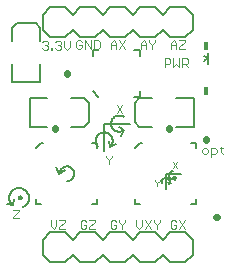
<source format=gto>
G75*
G70*
%OFA0B0*%
%FSLAX24Y24*%
%IPPOS*%
%LPD*%
%AMOC8*
5,1,8,0,0,1.08239X$1,22.5*
%
%ADD10C,0.0030*%
%ADD11C,0.0080*%
%ADD12C,0.0050*%
%ADD13C,0.0020*%
%ADD14C,0.0220*%
%ADD15R,0.0180X0.0300*%
D10*
X001716Y002203D02*
X001813Y002107D01*
X001910Y002203D01*
X001910Y002397D01*
X002011Y002397D02*
X002204Y002397D01*
X002204Y002349D01*
X002011Y002155D01*
X002011Y002107D01*
X002204Y002107D01*
X001716Y002203D02*
X001716Y002397D01*
X002716Y002349D02*
X002716Y002155D01*
X002765Y002107D01*
X002861Y002107D01*
X002910Y002155D01*
X002910Y002252D01*
X002813Y002252D01*
X002910Y002349D02*
X002861Y002397D01*
X002765Y002397D01*
X002716Y002349D01*
X003011Y002397D02*
X003204Y002397D01*
X003204Y002349D01*
X003011Y002155D01*
X003011Y002107D01*
X003204Y002107D01*
X003716Y002155D02*
X003765Y002107D01*
X003861Y002107D01*
X003910Y002155D01*
X003910Y002252D01*
X003813Y002252D01*
X003910Y002349D02*
X003861Y002397D01*
X003765Y002397D01*
X003716Y002349D01*
X003716Y002155D01*
X004011Y002349D02*
X004108Y002252D01*
X004108Y002107D01*
X004108Y002252D02*
X004204Y002349D01*
X004204Y002397D01*
X004011Y002397D02*
X004011Y002349D01*
X004566Y002397D02*
X004566Y002203D01*
X004663Y002107D01*
X004760Y002203D01*
X004760Y002397D01*
X004861Y002397D02*
X005054Y002107D01*
X004861Y002107D02*
X005054Y002397D01*
X005155Y002397D02*
X005155Y002349D01*
X005252Y002252D01*
X005252Y002107D01*
X005252Y002252D02*
X005349Y002349D01*
X005349Y002397D01*
X005716Y002349D02*
X005716Y002155D01*
X005765Y002107D01*
X005861Y002107D01*
X005910Y002155D01*
X005910Y002252D01*
X005813Y002252D01*
X005910Y002349D02*
X005861Y002397D01*
X005765Y002397D01*
X005716Y002349D01*
X006011Y002397D02*
X006204Y002107D01*
X006011Y002107D02*
X006204Y002397D01*
X007061Y004510D02*
X007061Y004800D01*
X007206Y004800D01*
X007254Y004752D01*
X007254Y004655D01*
X007206Y004607D01*
X007061Y004607D01*
X006960Y004655D02*
X006960Y004752D01*
X006911Y004800D01*
X006815Y004800D01*
X006766Y004752D01*
X006766Y004655D01*
X006815Y004607D01*
X006911Y004607D01*
X006960Y004655D01*
X007355Y004800D02*
X007452Y004800D01*
X007404Y004849D02*
X007404Y004655D01*
X007452Y004607D01*
X006299Y007507D02*
X006202Y007603D01*
X006251Y007603D02*
X006105Y007603D01*
X006105Y007507D02*
X006105Y007797D01*
X006251Y007797D01*
X006299Y007749D01*
X006299Y007652D01*
X006251Y007603D01*
X006004Y007507D02*
X006004Y007797D01*
X005811Y007797D02*
X005811Y007507D01*
X005908Y007603D01*
X006004Y007507D01*
X005710Y007652D02*
X005661Y007603D01*
X005516Y007603D01*
X005516Y007507D02*
X005516Y007797D01*
X005661Y007797D01*
X005710Y007749D01*
X005710Y007652D01*
X005716Y008107D02*
X005716Y008300D01*
X005813Y008397D01*
X005910Y008300D01*
X005910Y008107D01*
X005910Y008252D02*
X005716Y008252D01*
X006011Y008155D02*
X006011Y008107D01*
X006204Y008107D01*
X006011Y008155D02*
X006204Y008349D01*
X006204Y008397D01*
X006011Y008397D01*
X005204Y008397D02*
X005204Y008349D01*
X005108Y008252D01*
X005108Y008107D01*
X005108Y008252D02*
X005011Y008349D01*
X005011Y008397D01*
X004910Y008300D02*
X004910Y008107D01*
X004910Y008252D02*
X004716Y008252D01*
X004716Y008300D02*
X004716Y008107D01*
X004716Y008300D02*
X004813Y008397D01*
X004910Y008300D01*
X004204Y008397D02*
X004011Y008107D01*
X003910Y008107D02*
X003910Y008300D01*
X003813Y008397D01*
X003716Y008300D01*
X003716Y008107D01*
X003716Y008252D02*
X003910Y008252D01*
X004011Y008397D02*
X004204Y008107D01*
X003349Y008155D02*
X003349Y008349D01*
X003301Y008397D01*
X003155Y008397D01*
X003155Y008107D01*
X003301Y008107D01*
X003349Y008155D01*
X003054Y008107D02*
X003054Y008397D01*
X002861Y008397D02*
X002861Y008107D01*
X002760Y008155D02*
X002760Y008252D01*
X002663Y008252D01*
X002760Y008349D02*
X002711Y008397D01*
X002615Y008397D01*
X002566Y008349D01*
X002566Y008155D01*
X002615Y008107D01*
X002711Y008107D01*
X002760Y008155D01*
X002861Y008397D02*
X003054Y008107D01*
X002365Y008183D02*
X002365Y008377D01*
X002365Y008183D02*
X002268Y008087D01*
X002172Y008183D01*
X002172Y008377D01*
X002070Y008329D02*
X002070Y008280D01*
X002022Y008232D01*
X002070Y008183D01*
X002070Y008135D01*
X002022Y008087D01*
X001925Y008087D01*
X001877Y008135D01*
X001778Y008135D02*
X001778Y008087D01*
X001730Y008087D01*
X001730Y008135D01*
X001778Y008135D01*
X001628Y008135D02*
X001580Y008087D01*
X001483Y008087D01*
X001435Y008135D01*
X001532Y008232D02*
X001580Y008232D01*
X001628Y008183D01*
X001628Y008135D01*
X001580Y008232D02*
X001628Y008280D01*
X001628Y008329D01*
X001580Y008377D01*
X001483Y008377D01*
X001435Y008329D01*
X001877Y008329D02*
X001925Y008377D01*
X002022Y008377D01*
X002070Y008329D01*
X002022Y008232D02*
X001974Y008232D01*
X003916Y006247D02*
X004110Y005957D01*
X003916Y005957D02*
X004110Y006247D01*
X003760Y004547D02*
X003760Y004499D01*
X003663Y004402D01*
X003663Y004257D01*
X003663Y004402D02*
X003566Y004499D01*
X003566Y004547D01*
X000660Y002747D02*
X000660Y002699D01*
X000466Y002505D01*
X000466Y002457D01*
X000660Y002457D01*
X000660Y002747D02*
X000466Y002747D01*
D11*
X001451Y001742D02*
X001451Y001242D01*
X001701Y000992D01*
X002201Y000992D01*
X002451Y001242D01*
X002701Y000992D01*
X003201Y000992D01*
X003451Y001242D01*
X003701Y000992D01*
X004201Y000992D01*
X004451Y001242D01*
X004701Y000992D01*
X005201Y000992D01*
X005451Y001242D01*
X005701Y000992D01*
X006201Y000992D01*
X006451Y001242D01*
X006451Y001742D01*
X006201Y001992D01*
X005701Y001992D01*
X005451Y001742D01*
X005201Y001992D01*
X004701Y001992D01*
X004451Y001742D01*
X004201Y001992D01*
X003701Y001992D01*
X003451Y001742D01*
X003201Y001992D01*
X002701Y001992D01*
X002451Y001742D01*
X002201Y001992D01*
X001701Y001992D01*
X001451Y001742D01*
X000451Y002892D02*
X000501Y003092D01*
X000451Y002892D02*
X000425Y002917D01*
X000403Y002944D01*
X000383Y002973D01*
X000366Y003004D01*
X000353Y003037D01*
X000344Y003071D01*
X000338Y003106D01*
X000336Y003141D01*
X000338Y003176D01*
X000343Y003211D01*
X000352Y003245D01*
X000365Y003278D01*
X000382Y003309D01*
X000401Y003338D01*
X000424Y003366D01*
X000449Y003390D01*
X000477Y003412D01*
X000507Y003430D01*
X000539Y003446D01*
X000572Y003458D01*
X000606Y003466D01*
X000641Y003470D01*
X000676Y003471D01*
X000712Y003468D01*
X000746Y003461D01*
X000780Y003450D01*
X000812Y003436D01*
X000843Y003419D01*
X000871Y003398D01*
X000898Y003375D01*
X000921Y003348D01*
X000942Y003320D01*
X000959Y003289D01*
X000973Y003257D01*
X000984Y003223D01*
X000991Y003188D01*
X000994Y003153D01*
X000993Y003118D01*
X000989Y003083D01*
X000980Y003049D01*
X000969Y003015D01*
X000953Y002984D01*
X000935Y002954D01*
X000913Y002926D01*
X000888Y002901D01*
X000861Y002878D01*
X000832Y002858D01*
X000801Y002842D01*
X000651Y003142D02*
X000653Y003155D01*
X000658Y003168D01*
X000667Y003179D01*
X000678Y003186D01*
X000691Y003191D01*
X000704Y003192D01*
X000718Y003189D01*
X000730Y003183D01*
X000740Y003174D01*
X000747Y003162D01*
X000751Y003149D01*
X000751Y003135D01*
X000747Y003122D01*
X000740Y003110D01*
X000730Y003101D01*
X000718Y003095D01*
X000704Y003092D01*
X000691Y003093D01*
X000678Y003098D01*
X000667Y003105D01*
X000658Y003116D01*
X000653Y003129D01*
X000651Y003142D01*
X000451Y002892D02*
X000251Y002942D01*
X001017Y005519D02*
X001017Y006464D01*
X001607Y006464D01*
X001374Y007007D02*
X000429Y007007D01*
X000429Y007598D01*
X000429Y008385D02*
X000429Y008818D01*
X000586Y008976D01*
X001216Y008976D01*
X001374Y008818D01*
X001374Y008385D01*
X001701Y008492D02*
X001451Y008742D01*
X001451Y009242D01*
X001701Y009492D01*
X002201Y009492D01*
X002451Y009242D01*
X002701Y009492D01*
X003201Y009492D01*
X003451Y009242D01*
X003701Y009492D01*
X004201Y009492D01*
X004451Y009242D01*
X004701Y009492D01*
X005201Y009492D01*
X005451Y009242D01*
X005701Y009492D01*
X006201Y009492D01*
X006451Y009242D01*
X006451Y008742D01*
X006201Y008492D01*
X005701Y008492D01*
X005451Y008742D01*
X005201Y008492D01*
X004701Y008492D01*
X004451Y008742D01*
X004201Y008492D01*
X003701Y008492D01*
X003451Y008742D01*
X003201Y008492D01*
X002701Y008492D01*
X002451Y008742D01*
X002201Y008492D01*
X001701Y008492D01*
X001374Y007598D02*
X001374Y007007D01*
X002395Y006464D02*
X002828Y006464D01*
X002985Y006307D01*
X002985Y005677D01*
X002828Y005519D01*
X002395Y005519D01*
X001607Y005519D02*
X001017Y005519D01*
X003114Y006701D02*
X003311Y006504D01*
X003501Y005592D02*
X004351Y005592D01*
X004517Y005677D02*
X004674Y005519D01*
X005107Y005519D01*
X004517Y005677D02*
X004517Y006307D01*
X004674Y006464D01*
X005107Y006464D01*
X004689Y006504D02*
X004492Y006504D01*
X004689Y006504D02*
X004689Y006701D01*
X004151Y005842D02*
X004123Y005858D01*
X004093Y005871D01*
X004062Y005880D01*
X004030Y005885D01*
X003998Y005887D01*
X003966Y005885D01*
X003934Y005879D01*
X003903Y005869D01*
X003874Y005855D01*
X003846Y005838D01*
X003821Y005818D01*
X003798Y005795D01*
X003778Y005769D01*
X003761Y005742D01*
X003748Y005712D01*
X003739Y005681D01*
X003733Y005649D01*
X003731Y005617D01*
X003733Y005585D01*
X003739Y005553D01*
X003748Y005522D01*
X003761Y005492D01*
X003778Y005465D01*
X003798Y005439D01*
X003821Y005416D01*
X003846Y005396D01*
X003874Y005379D01*
X003903Y005365D01*
X003934Y005355D01*
X003966Y005349D01*
X003998Y005347D01*
X004030Y005349D01*
X004062Y005354D01*
X004093Y005363D01*
X004123Y005376D01*
X004151Y005392D01*
X004051Y005192D01*
X004151Y005392D02*
X004001Y005492D01*
X003651Y005042D02*
X003701Y004842D01*
X003901Y004942D01*
X003701Y004842D02*
X003723Y004867D01*
X003742Y004894D01*
X003758Y004924D01*
X003770Y004955D01*
X003779Y004987D01*
X003783Y005020D01*
X003784Y005053D01*
X003781Y005086D01*
X003773Y005119D01*
X003762Y005150D01*
X003748Y005180D01*
X003730Y005208D01*
X003709Y005234D01*
X003685Y005257D01*
X003658Y005277D01*
X003629Y005294D01*
X003599Y005308D01*
X003567Y005317D01*
X003534Y005323D01*
X003501Y005325D01*
X003468Y005323D01*
X003435Y005317D01*
X003403Y005308D01*
X003373Y005294D01*
X003344Y005277D01*
X003317Y005257D01*
X003293Y005234D01*
X003272Y005208D01*
X003254Y005180D01*
X003240Y005150D01*
X003229Y005119D01*
X003221Y005086D01*
X003218Y005053D01*
X003219Y005020D01*
X003223Y004987D01*
X003232Y004955D01*
X003244Y004924D01*
X003260Y004894D01*
X003279Y004867D01*
X003301Y004842D01*
X003501Y004692D02*
X003501Y005592D01*
X003114Y007882D02*
X003114Y008079D01*
X003311Y008079D01*
X004492Y008079D02*
X004689Y008079D01*
X004689Y007882D01*
X005895Y006464D02*
X006485Y006464D01*
X006485Y005519D01*
X005895Y005519D01*
X006968Y007611D02*
X006968Y007792D01*
X006846Y007700D01*
X006968Y007792D02*
X006968Y007973D01*
X006846Y007878D02*
X006962Y007802D01*
D12*
X006571Y004962D02*
X006401Y004962D01*
X006571Y004962D02*
X006571Y004792D01*
X006051Y003942D02*
X005551Y003942D01*
X005551Y003442D01*
X005661Y003602D02*
X005631Y003672D01*
X005662Y003601D02*
X005673Y003620D01*
X005681Y003641D01*
X005686Y003662D01*
X005687Y003684D01*
X005684Y003706D01*
X005678Y003728D01*
X005668Y003747D01*
X005655Y003765D01*
X005640Y003781D01*
X005622Y003794D01*
X005602Y003803D01*
X005581Y003809D01*
X005559Y003812D01*
X005537Y003811D01*
X005515Y003806D01*
X005495Y003798D01*
X005476Y003786D01*
X005459Y003772D01*
X005445Y003755D01*
X005434Y003736D01*
X005426Y003715D01*
X005422Y003694D01*
X005421Y003672D01*
X005431Y003622D01*
X005671Y003602D02*
X005731Y003652D01*
X005861Y003752D02*
X005891Y003822D01*
X005891Y003832D02*
X005811Y003832D01*
X005891Y003822D02*
X005875Y003806D01*
X005857Y003792D01*
X005837Y003782D01*
X005816Y003775D01*
X005794Y003772D01*
X005771Y003773D01*
X005749Y003778D01*
X005729Y003786D01*
X005710Y003798D01*
X005693Y003813D01*
X005679Y003831D01*
X005669Y003851D01*
X005661Y003872D01*
X005658Y003894D01*
X005659Y003917D01*
X005663Y003939D01*
X005672Y003960D01*
X005683Y003979D01*
X005698Y003996D01*
X005715Y004010D01*
X005735Y004021D01*
X005756Y004028D01*
X005778Y004032D01*
X005801Y004031D01*
X005801Y004032D02*
X005811Y004032D01*
X006571Y003092D02*
X006571Y002922D01*
X006401Y002922D01*
X004751Y004972D02*
X004711Y004972D01*
X004531Y004792D01*
X003271Y004792D02*
X003271Y004962D01*
X003101Y004962D01*
X002001Y003942D02*
X002003Y003973D01*
X002009Y004003D01*
X002018Y004033D01*
X002031Y004061D01*
X002048Y004087D01*
X002067Y004111D01*
X002089Y004133D01*
X002114Y004151D01*
X002141Y004167D01*
X002170Y004178D01*
X002200Y004187D01*
X002230Y004191D01*
X002261Y004192D01*
X002292Y004189D01*
X002322Y004182D01*
X002351Y004171D01*
X002379Y004157D01*
X002405Y004139D01*
X002428Y004119D01*
X002448Y004096D01*
X002466Y004070D01*
X002480Y004042D01*
X002491Y004013D01*
X002498Y003983D01*
X002501Y003952D01*
X002500Y003921D01*
X002496Y003891D01*
X002487Y003861D01*
X002476Y003832D01*
X002460Y003805D01*
X002442Y003780D01*
X002420Y003758D01*
X002396Y003739D01*
X002370Y003722D01*
X002342Y003709D01*
X002312Y003700D01*
X002282Y003694D01*
X002251Y003692D01*
X002001Y003942D02*
X002211Y004062D01*
X002001Y003942D02*
X001901Y004162D01*
X001231Y004792D02*
X001411Y004972D01*
X001451Y004972D01*
X001231Y003102D02*
X001231Y002932D01*
X001401Y002932D01*
X003101Y002922D02*
X003271Y002922D01*
X003271Y003092D01*
X004531Y003102D02*
X004531Y002932D01*
X004701Y002932D01*
D13*
X005275Y003522D02*
X005275Y003632D01*
X005348Y003705D01*
X005348Y003742D01*
X005275Y003632D02*
X005201Y003705D01*
X005201Y003742D01*
X005781Y004132D02*
X005928Y004352D01*
X005781Y004352D02*
X005928Y004132D01*
D14*
X005651Y005430D02*
X005651Y005454D01*
X006901Y005104D02*
X006901Y005080D01*
X007239Y002492D02*
X007263Y002492D01*
X002251Y007280D02*
X002251Y007304D01*
X001851Y005454D02*
X001851Y005430D01*
D15*
X006901Y006692D03*
X006901Y008192D03*
M02*

</source>
